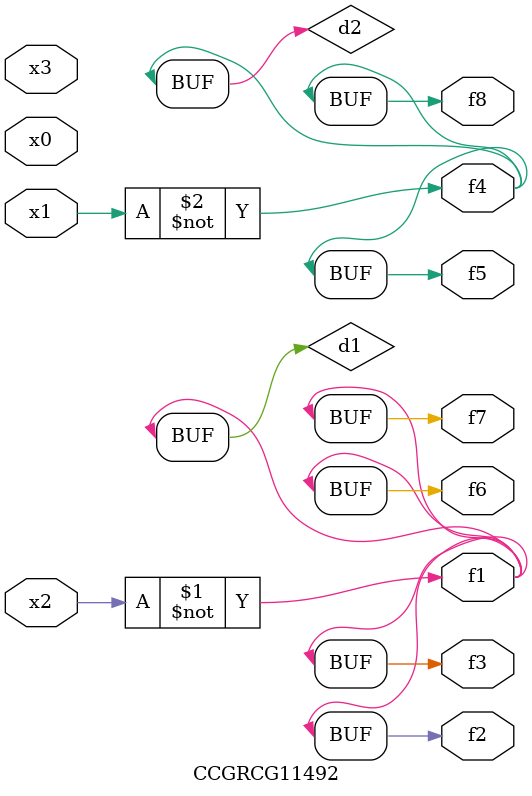
<source format=v>
module CCGRCG11492(
	input x0, x1, x2, x3,
	output f1, f2, f3, f4, f5, f6, f7, f8
);

	wire d1, d2;

	xnor (d1, x2);
	not (d2, x1);
	assign f1 = d1;
	assign f2 = d1;
	assign f3 = d1;
	assign f4 = d2;
	assign f5 = d2;
	assign f6 = d1;
	assign f7 = d1;
	assign f8 = d2;
endmodule

</source>
